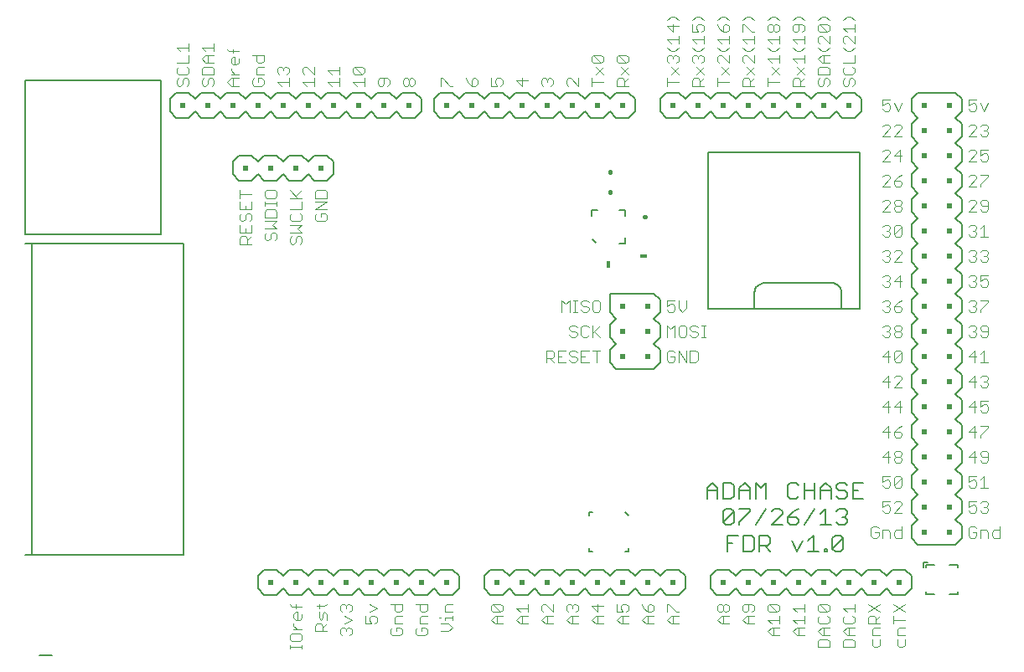
<source format=gto>
G75*
G70*
%OFA0B0*%
%FSLAX24Y24*%
%IPPOS*%
%LPD*%
%AMOC8*
5,1,8,0,0,1.08239X$1,22.5*
%
%ADD10C,0.0060*%
%ADD11C,0.0050*%
%ADD12C,0.0040*%
%ADD13R,0.0200X0.0200*%
%ADD14C,0.0030*%
%ADD15C,0.0080*%
%ADD16R,0.0160X0.0280*%
%ADD17R,0.0280X0.0160*%
%ADD18C,0.0160*%
D10*
X029232Y006430D02*
X029232Y006857D01*
X029446Y007071D01*
X029659Y006857D01*
X029659Y006430D01*
X029877Y006430D02*
X030197Y006430D01*
X030304Y006537D01*
X030304Y006964D01*
X030197Y007071D01*
X029877Y007071D01*
X029877Y006430D01*
X029984Y006021D02*
X030197Y006021D01*
X030304Y005914D01*
X029877Y005487D01*
X029984Y005380D01*
X030197Y005380D01*
X030304Y005487D01*
X030304Y005914D01*
X030521Y006021D02*
X030948Y006021D01*
X030948Y005914D01*
X030521Y005487D01*
X030521Y005380D01*
X030465Y004971D02*
X030038Y004971D01*
X030038Y004330D01*
X030038Y004650D02*
X030251Y004650D01*
X030682Y004330D02*
X031003Y004330D01*
X031110Y004437D01*
X031110Y004864D01*
X031003Y004971D01*
X030682Y004971D01*
X030682Y004330D01*
X031327Y004330D02*
X031327Y004971D01*
X031647Y004971D01*
X031754Y004864D01*
X031754Y004650D01*
X031647Y004544D01*
X031327Y004544D01*
X031541Y004544D02*
X031754Y004330D01*
X032616Y004757D02*
X032830Y004330D01*
X033043Y004757D01*
X033261Y004757D02*
X033474Y004971D01*
X033474Y004330D01*
X033261Y004330D02*
X033688Y004330D01*
X033905Y004330D02*
X033905Y004437D01*
X034012Y004437D01*
X034012Y004330D01*
X033905Y004330D01*
X034228Y004437D02*
X034655Y004864D01*
X034655Y004437D01*
X034548Y004330D01*
X034334Y004330D01*
X034228Y004437D01*
X034228Y004864D01*
X034334Y004971D01*
X034548Y004971D01*
X034655Y004864D01*
X034709Y005380D02*
X034495Y005380D01*
X034389Y005487D01*
X034171Y005380D02*
X033744Y005380D01*
X033958Y005380D02*
X033958Y006021D01*
X033744Y005807D01*
X033527Y006021D02*
X033100Y005380D01*
X032882Y005487D02*
X032882Y005594D01*
X032775Y005700D01*
X032455Y005700D01*
X032455Y005487D01*
X032562Y005380D01*
X032775Y005380D01*
X032882Y005487D01*
X032669Y005914D02*
X032455Y005700D01*
X032237Y005807D02*
X032237Y005914D01*
X032131Y006021D01*
X031917Y006021D01*
X031810Y005914D01*
X031593Y006021D02*
X031166Y005380D01*
X031810Y005380D02*
X032237Y005807D01*
X032237Y005380D02*
X031810Y005380D01*
X032669Y005914D02*
X032882Y006021D01*
X032775Y006430D02*
X032562Y006430D01*
X032455Y006537D01*
X032455Y006964D01*
X032562Y007071D01*
X032775Y007071D01*
X032882Y006964D01*
X033100Y007071D02*
X033100Y006430D01*
X032882Y006537D02*
X032775Y006430D01*
X033100Y006750D02*
X033527Y006750D01*
X033744Y006750D02*
X034171Y006750D01*
X034171Y006857D02*
X034171Y006430D01*
X034389Y006537D02*
X034495Y006430D01*
X034709Y006430D01*
X034816Y006537D01*
X034816Y006644D01*
X034709Y006750D01*
X034495Y006750D01*
X034389Y006857D01*
X034389Y006964D01*
X034495Y007071D01*
X034709Y007071D01*
X034816Y006964D01*
X035033Y007071D02*
X035033Y006430D01*
X035460Y006430D01*
X035247Y006750D02*
X035033Y006750D01*
X035033Y007071D02*
X035460Y007071D01*
X034171Y006857D02*
X033958Y007071D01*
X033744Y006857D01*
X033744Y006430D01*
X033527Y006430D02*
X033527Y007071D01*
X034495Y006021D02*
X034709Y006021D01*
X034816Y005914D01*
X034816Y005807D01*
X034709Y005700D01*
X034816Y005594D01*
X034816Y005487D01*
X034709Y005380D01*
X034709Y005700D02*
X034602Y005700D01*
X034389Y005914D02*
X034495Y006021D01*
X031593Y006430D02*
X031593Y007071D01*
X031379Y006857D01*
X031166Y007071D01*
X031166Y006430D01*
X030948Y006430D02*
X030948Y006857D01*
X030735Y007071D01*
X030521Y006857D01*
X030521Y006430D01*
X029984Y006021D02*
X029877Y005914D01*
X029877Y005487D01*
X029659Y006750D02*
X029232Y006750D01*
X030521Y006750D02*
X030948Y006750D01*
D11*
X031125Y003600D02*
X030625Y003600D01*
X030375Y003350D01*
X030125Y003600D01*
X029625Y003600D01*
X029375Y003350D01*
X029375Y002850D01*
X029625Y002600D01*
X030125Y002600D01*
X030375Y002850D01*
X030625Y002600D01*
X031125Y002600D01*
X031375Y002850D01*
X031625Y002600D01*
X032125Y002600D01*
X032375Y002850D01*
X032625Y002600D01*
X033125Y002600D01*
X033375Y002850D01*
X033625Y002600D01*
X034125Y002600D01*
X034375Y002850D01*
X034625Y002600D01*
X035125Y002600D01*
X035375Y002850D01*
X035625Y002600D01*
X036125Y002600D01*
X036375Y002850D01*
X036625Y002600D01*
X037125Y002600D01*
X037375Y002850D01*
X037375Y003350D01*
X037125Y003600D01*
X036625Y003600D01*
X036375Y003350D01*
X036125Y003600D01*
X035625Y003600D01*
X035375Y003350D01*
X035125Y003600D01*
X034625Y003600D01*
X034375Y003350D01*
X034125Y003600D01*
X033625Y003600D01*
X033375Y003350D01*
X033125Y003600D01*
X032625Y003600D01*
X032375Y003350D01*
X032125Y003600D01*
X031625Y003600D01*
X031375Y003350D01*
X031125Y003600D01*
X028375Y003350D02*
X028375Y002850D01*
X028125Y002600D01*
X027625Y002600D01*
X027375Y002850D01*
X027125Y002600D01*
X026625Y002600D01*
X026375Y002850D01*
X026125Y002600D01*
X025625Y002600D01*
X025375Y002850D01*
X025125Y002600D01*
X024625Y002600D01*
X024375Y002850D01*
X024125Y002600D01*
X023625Y002600D01*
X023375Y002850D01*
X023125Y002600D01*
X022625Y002600D01*
X022375Y002850D01*
X022125Y002600D01*
X021625Y002600D01*
X021375Y002850D01*
X021125Y002600D01*
X020625Y002600D01*
X020375Y002850D01*
X020375Y003350D01*
X020625Y003600D01*
X021125Y003600D01*
X021375Y003350D01*
X021625Y003600D01*
X022125Y003600D01*
X022375Y003350D01*
X022625Y003600D01*
X023125Y003600D01*
X023375Y003350D01*
X023625Y003600D01*
X024125Y003600D01*
X024375Y003350D01*
X024625Y003600D01*
X025125Y003600D01*
X025375Y003350D01*
X025625Y003600D01*
X026125Y003600D01*
X026375Y003350D01*
X026625Y003600D01*
X027125Y003600D01*
X027375Y003350D01*
X027625Y003600D01*
X028125Y003600D01*
X028375Y003350D01*
X019375Y003350D02*
X019375Y002850D01*
X019125Y002600D01*
X018625Y002600D01*
X018375Y002850D01*
X018125Y002600D01*
X017625Y002600D01*
X017375Y002850D01*
X017125Y002600D01*
X016625Y002600D01*
X016375Y002850D01*
X016125Y002600D01*
X015625Y002600D01*
X015375Y002850D01*
X015125Y002600D01*
X014625Y002600D01*
X014375Y002850D01*
X014125Y002600D01*
X013625Y002600D01*
X013375Y002850D01*
X013125Y002600D01*
X012625Y002600D01*
X012375Y002850D01*
X012125Y002600D01*
X011625Y002600D01*
X011375Y002850D01*
X011375Y003350D01*
X011625Y003600D01*
X012125Y003600D01*
X012375Y003350D01*
X012625Y003600D01*
X013125Y003600D01*
X013375Y003350D01*
X013625Y003600D01*
X014125Y003600D01*
X014375Y003350D01*
X014625Y003600D01*
X015125Y003600D01*
X015375Y003350D01*
X015625Y003600D01*
X016125Y003600D01*
X016375Y003350D01*
X016625Y003600D01*
X017125Y003600D01*
X017375Y003350D01*
X017625Y003600D01*
X018125Y003600D01*
X018375Y003350D01*
X018625Y003600D01*
X019125Y003600D01*
X019375Y003350D01*
X008425Y004200D02*
X002125Y004200D01*
X002375Y004200D02*
X002375Y016600D01*
X002125Y016600D02*
X008425Y016600D01*
X008425Y004200D01*
X025375Y011850D02*
X025625Y011600D01*
X027125Y011600D01*
X027375Y011850D01*
X027375Y012350D01*
X027125Y012600D01*
X027375Y012850D01*
X027375Y013350D01*
X027125Y013600D01*
X027375Y013850D01*
X027375Y014350D01*
X027125Y014600D01*
X025375Y014600D01*
X025375Y013850D01*
X025625Y013600D01*
X025375Y013350D01*
X025375Y012850D01*
X025625Y012600D01*
X025375Y012350D01*
X025375Y011850D01*
X029276Y013993D02*
X029276Y020213D01*
X035300Y020213D01*
X035300Y013993D01*
X029276Y013993D01*
X031127Y013993D02*
X031127Y014623D01*
X031126Y014623D02*
X031128Y014662D01*
X031134Y014700D01*
X031143Y014737D01*
X031156Y014774D01*
X031173Y014809D01*
X031192Y014842D01*
X031215Y014873D01*
X031241Y014902D01*
X031270Y014928D01*
X031301Y014951D01*
X031334Y014970D01*
X031369Y014987D01*
X031406Y015000D01*
X031443Y015009D01*
X031481Y015015D01*
X031520Y015017D01*
X034197Y015017D01*
X034236Y015015D01*
X034274Y015009D01*
X034311Y015000D01*
X034348Y014987D01*
X034383Y014970D01*
X034416Y014951D01*
X034447Y014928D01*
X034476Y014902D01*
X034502Y014873D01*
X034525Y014842D01*
X034544Y014809D01*
X034561Y014774D01*
X034574Y014737D01*
X034583Y014700D01*
X034589Y014662D01*
X034591Y014623D01*
X034591Y013993D01*
X037375Y013850D02*
X037625Y013600D01*
X037375Y013350D01*
X037375Y012850D01*
X037625Y012600D01*
X037375Y012350D01*
X037375Y011850D01*
X037625Y011600D01*
X037375Y011350D01*
X037375Y010850D01*
X037625Y010600D01*
X037375Y010350D01*
X037375Y009850D01*
X037625Y009600D01*
X037375Y009350D01*
X037375Y008850D01*
X037625Y008600D01*
X037375Y008350D01*
X037375Y007850D01*
X037625Y007600D01*
X037375Y007350D01*
X037375Y006850D01*
X037625Y006600D01*
X037375Y006350D01*
X037375Y005850D01*
X037625Y005600D01*
X037375Y005350D01*
X037375Y004850D01*
X037625Y004600D01*
X039125Y004600D01*
X039375Y004850D01*
X039375Y005350D01*
X039125Y005600D01*
X039375Y005850D01*
X039375Y006350D01*
X039125Y006600D01*
X039375Y006850D01*
X039375Y007350D01*
X039125Y007600D01*
X039375Y007850D01*
X039375Y008350D01*
X039125Y008600D01*
X039375Y008850D01*
X039375Y009350D01*
X039125Y009600D01*
X039375Y009850D01*
X039375Y010350D01*
X039125Y010600D01*
X039375Y010850D01*
X039375Y011350D01*
X039125Y011600D01*
X039375Y011850D01*
X039375Y012350D01*
X039125Y012600D01*
X039375Y012850D01*
X039375Y013350D01*
X039125Y013600D01*
X039375Y013850D01*
X039375Y014350D01*
X039125Y014600D01*
X039375Y014850D01*
X039375Y015350D01*
X039125Y015600D01*
X039375Y015850D01*
X039375Y016350D01*
X039125Y016600D01*
X039375Y016850D01*
X039375Y017350D01*
X039125Y017600D01*
X039375Y017850D01*
X039375Y018350D01*
X039125Y018600D01*
X039375Y018850D01*
X039375Y019350D01*
X039125Y019600D01*
X039375Y019850D01*
X039375Y020350D01*
X039125Y020600D01*
X039375Y020850D01*
X039375Y021350D01*
X039125Y021600D01*
X039375Y021850D01*
X039375Y022350D01*
X039125Y022600D01*
X037625Y022600D01*
X037375Y022350D01*
X037375Y021850D01*
X037625Y021600D01*
X037375Y021350D01*
X037375Y020850D01*
X037625Y020600D01*
X037375Y020350D01*
X037375Y019850D01*
X037625Y019600D01*
X037375Y019350D01*
X037375Y018850D01*
X037625Y018600D01*
X037375Y018350D01*
X037375Y017850D01*
X037625Y017600D01*
X037375Y017350D01*
X037375Y016850D01*
X037625Y016600D01*
X037375Y016350D01*
X037375Y015850D01*
X037625Y015600D01*
X037375Y015350D01*
X037375Y014850D01*
X037625Y014600D01*
X037375Y014350D01*
X037375Y013850D01*
X035125Y021600D02*
X034625Y021600D01*
X034375Y021850D01*
X034125Y021600D01*
X033625Y021600D01*
X033375Y021850D01*
X033125Y021600D01*
X032625Y021600D01*
X032375Y021850D01*
X032125Y021600D01*
X031625Y021600D01*
X031375Y021850D01*
X031125Y021600D01*
X030625Y021600D01*
X030375Y021850D01*
X030125Y021600D01*
X029625Y021600D01*
X029375Y021850D01*
X029125Y021600D01*
X028625Y021600D01*
X028375Y021850D01*
X028125Y021600D01*
X027625Y021600D01*
X027375Y021850D01*
X027375Y022350D01*
X027625Y022600D01*
X028125Y022600D01*
X028375Y022350D01*
X028625Y022600D01*
X029125Y022600D01*
X029375Y022350D01*
X029625Y022600D01*
X030125Y022600D01*
X030375Y022350D01*
X030625Y022600D01*
X031125Y022600D01*
X031375Y022350D01*
X031625Y022600D01*
X032125Y022600D01*
X032375Y022350D01*
X032625Y022600D01*
X033125Y022600D01*
X033375Y022350D01*
X033625Y022600D01*
X034125Y022600D01*
X034375Y022350D01*
X034625Y022600D01*
X035125Y022600D01*
X035375Y022350D01*
X035375Y021850D01*
X035125Y021600D01*
X026375Y021850D02*
X026125Y021600D01*
X025625Y021600D01*
X025375Y021850D01*
X025125Y021600D01*
X024625Y021600D01*
X024375Y021850D01*
X024125Y021600D01*
X023625Y021600D01*
X023375Y021850D01*
X023125Y021600D01*
X022625Y021600D01*
X022375Y021850D01*
X022125Y021600D01*
X021625Y021600D01*
X021375Y021850D01*
X021125Y021600D01*
X020625Y021600D01*
X020375Y021850D01*
X020125Y021600D01*
X019625Y021600D01*
X019375Y021850D01*
X019125Y021600D01*
X018625Y021600D01*
X018375Y021850D01*
X018375Y022350D01*
X018625Y022600D01*
X019125Y022600D01*
X019375Y022350D01*
X019625Y022600D01*
X020125Y022600D01*
X020375Y022350D01*
X020625Y022600D01*
X021125Y022600D01*
X021375Y022350D01*
X021625Y022600D01*
X022125Y022600D01*
X022375Y022350D01*
X022625Y022600D01*
X023125Y022600D01*
X023375Y022350D01*
X023625Y022600D01*
X024125Y022600D01*
X024375Y022350D01*
X024625Y022600D01*
X025125Y022600D01*
X025375Y022350D01*
X025625Y022600D01*
X026125Y022600D01*
X026375Y022350D01*
X026375Y021850D01*
X017875Y021850D02*
X017625Y021600D01*
X017125Y021600D01*
X016875Y021850D01*
X016625Y021600D01*
X016125Y021600D01*
X015875Y021850D01*
X015625Y021600D01*
X015125Y021600D01*
X014875Y021850D01*
X014625Y021600D01*
X014125Y021600D01*
X013875Y021850D01*
X013625Y021600D01*
X013125Y021600D01*
X012875Y021850D01*
X012625Y021600D01*
X012125Y021600D01*
X011875Y021850D01*
X011625Y021600D01*
X011125Y021600D01*
X010875Y021850D01*
X010625Y021600D01*
X010125Y021600D01*
X009875Y021850D01*
X009625Y021600D01*
X009125Y021600D01*
X008875Y021850D01*
X008625Y021600D01*
X008125Y021600D01*
X007875Y021850D01*
X007875Y022350D01*
X008125Y022600D01*
X008625Y022600D01*
X008875Y022350D01*
X009125Y022600D01*
X009625Y022600D01*
X009875Y022350D01*
X010125Y022600D01*
X010625Y022600D01*
X010875Y022350D01*
X011125Y022600D01*
X011625Y022600D01*
X011875Y022350D01*
X012125Y022600D01*
X012625Y022600D01*
X012875Y022350D01*
X013125Y022600D01*
X013625Y022600D01*
X013875Y022350D01*
X014125Y022600D01*
X014625Y022600D01*
X014875Y022350D01*
X015125Y022600D01*
X015625Y022600D01*
X015875Y022350D01*
X016125Y022600D01*
X016625Y022600D01*
X016875Y022350D01*
X017125Y022600D01*
X017625Y022600D01*
X017875Y022350D01*
X017875Y021850D01*
X014375Y019850D02*
X014125Y020100D01*
X013625Y020100D01*
X013375Y019850D01*
X013125Y020100D01*
X012625Y020100D01*
X012375Y019850D01*
X012125Y020100D01*
X011625Y020100D01*
X011375Y019850D01*
X011125Y020100D01*
X010625Y020100D01*
X010375Y019850D01*
X010375Y019350D01*
X010625Y019100D01*
X011125Y019100D01*
X011375Y019350D01*
X011625Y019100D01*
X012125Y019100D01*
X012375Y019350D01*
X012625Y019100D01*
X013125Y019100D01*
X013375Y019350D01*
X013625Y019100D01*
X014125Y019100D01*
X014375Y019350D01*
X014375Y019850D01*
X037847Y003889D02*
X038024Y003889D01*
X037945Y003791D02*
X037945Y003692D01*
X037847Y003692D02*
X037847Y003889D01*
X037945Y003791D02*
X038280Y003791D01*
X038870Y003791D02*
X039205Y003791D01*
X039205Y003692D01*
X039205Y002708D02*
X039205Y002609D01*
X038870Y002609D01*
X038280Y002609D02*
X037945Y002609D01*
X037945Y002708D01*
D12*
X037105Y002217D02*
X036645Y001910D01*
X036645Y001756D02*
X036645Y001449D01*
X036645Y001603D02*
X037105Y001603D01*
X037105Y001910D02*
X036645Y002217D01*
X036105Y002217D02*
X035645Y001910D01*
X035721Y001756D02*
X035875Y001756D01*
X035952Y001679D01*
X035952Y001449D01*
X036105Y001449D02*
X035645Y001449D01*
X035645Y001679D01*
X035721Y001756D01*
X035952Y001603D02*
X036105Y001756D01*
X036105Y001910D02*
X035645Y002217D01*
X035105Y002217D02*
X035105Y001910D01*
X035105Y002063D02*
X034645Y002063D01*
X034798Y001910D01*
X034721Y001756D02*
X034645Y001679D01*
X034645Y001526D01*
X034721Y001449D01*
X035028Y001449D01*
X035105Y001526D01*
X035105Y001679D01*
X035028Y001756D01*
X035105Y001296D02*
X034798Y001296D01*
X034645Y001142D01*
X034798Y000989D01*
X035105Y000989D01*
X035028Y000835D02*
X034721Y000835D01*
X034645Y000759D01*
X034645Y000528D01*
X035105Y000528D01*
X035105Y000759D01*
X035028Y000835D01*
X034875Y000989D02*
X034875Y001296D01*
X034105Y001296D02*
X033798Y001296D01*
X033645Y001142D01*
X033798Y000989D01*
X034105Y000989D01*
X034028Y000835D02*
X033721Y000835D01*
X033645Y000759D01*
X033645Y000528D01*
X034105Y000528D01*
X034105Y000759D01*
X034028Y000835D01*
X033875Y000989D02*
X033875Y001296D01*
X034028Y001449D02*
X033721Y001449D01*
X033645Y001526D01*
X033645Y001679D01*
X033721Y001756D01*
X033721Y001910D02*
X033645Y001986D01*
X033645Y002140D01*
X033721Y002217D01*
X034028Y001910D01*
X034105Y001986D01*
X034105Y002140D01*
X034028Y002217D01*
X033721Y002217D01*
X033721Y001910D02*
X034028Y001910D01*
X034028Y001756D02*
X034105Y001679D01*
X034105Y001526D01*
X034028Y001449D01*
X033105Y001449D02*
X033105Y001756D01*
X033105Y001603D02*
X032645Y001603D01*
X032798Y001449D01*
X032798Y001296D02*
X033105Y001296D01*
X032875Y001296D02*
X032875Y000989D01*
X032798Y000989D02*
X032645Y001142D01*
X032798Y001296D01*
X032798Y000989D02*
X033105Y000989D01*
X032105Y000989D02*
X031798Y000989D01*
X031645Y001142D01*
X031798Y001296D01*
X032105Y001296D01*
X032105Y001449D02*
X032105Y001756D01*
X032105Y001603D02*
X031645Y001603D01*
X031798Y001449D01*
X031875Y001296D02*
X031875Y000989D01*
X031105Y001449D02*
X030798Y001449D01*
X030645Y001603D01*
X030798Y001756D01*
X031105Y001756D01*
X031028Y001910D02*
X031105Y001986D01*
X031105Y002140D01*
X031028Y002217D01*
X030721Y002217D01*
X030645Y002140D01*
X030645Y001986D01*
X030721Y001910D01*
X030798Y001910D01*
X030875Y001986D01*
X030875Y002217D01*
X030875Y001756D02*
X030875Y001449D01*
X030105Y001449D02*
X029798Y001449D01*
X029645Y001603D01*
X029798Y001756D01*
X030105Y001756D01*
X030028Y001910D02*
X029952Y001910D01*
X029875Y001986D01*
X029875Y002140D01*
X029952Y002217D01*
X030028Y002217D01*
X030105Y002140D01*
X030105Y001986D01*
X030028Y001910D01*
X029875Y001986D02*
X029798Y001910D01*
X029721Y001910D01*
X029645Y001986D01*
X029645Y002140D01*
X029721Y002217D01*
X029798Y002217D01*
X029875Y002140D01*
X029875Y001756D02*
X029875Y001449D01*
X031645Y001986D02*
X031645Y002140D01*
X031721Y002217D01*
X032028Y001910D01*
X032105Y001986D01*
X032105Y002140D01*
X032028Y002217D01*
X031721Y002217D01*
X031645Y001986D02*
X031721Y001910D01*
X032028Y001910D01*
X032645Y002063D02*
X033105Y002063D01*
X033105Y001910D02*
X033105Y002217D01*
X032798Y001910D02*
X032645Y002063D01*
X035798Y001219D02*
X035798Y000989D01*
X036105Y000989D01*
X036105Y000835D02*
X036105Y000605D01*
X036028Y000528D01*
X035875Y000528D01*
X035798Y000605D01*
X035798Y000835D01*
X035798Y001219D02*
X035875Y001296D01*
X036105Y001296D01*
X036798Y001219D02*
X036798Y000989D01*
X037105Y000989D01*
X037105Y000835D02*
X037105Y000605D01*
X037028Y000528D01*
X036875Y000528D01*
X036798Y000605D01*
X036798Y000835D01*
X036798Y001219D02*
X036875Y001296D01*
X037105Y001296D01*
X036992Y004870D02*
X036761Y004870D01*
X036685Y004947D01*
X036685Y005100D01*
X036761Y005177D01*
X036992Y005177D01*
X036992Y005330D02*
X036992Y004870D01*
X036531Y004870D02*
X036531Y005100D01*
X036454Y005177D01*
X036224Y005177D01*
X036224Y004870D01*
X036071Y004947D02*
X035994Y004870D01*
X035841Y004870D01*
X035764Y004947D01*
X035764Y005254D01*
X035841Y005330D01*
X035994Y005330D01*
X036071Y005254D01*
X036071Y005100D02*
X035917Y005100D01*
X036071Y005100D02*
X036071Y004947D01*
X036301Y005870D02*
X036224Y005947D01*
X036301Y005870D02*
X036454Y005870D01*
X036531Y005947D01*
X036531Y006100D01*
X036454Y006177D01*
X036378Y006177D01*
X036224Y006100D01*
X036224Y006330D01*
X036531Y006330D01*
X036685Y006254D02*
X036761Y006330D01*
X036915Y006330D01*
X036992Y006254D01*
X036992Y006177D01*
X036685Y005870D01*
X036992Y005870D01*
X036915Y006870D02*
X036761Y006870D01*
X036685Y006947D01*
X036992Y007254D01*
X036992Y006947D01*
X036915Y006870D01*
X036685Y006947D02*
X036685Y007254D01*
X036761Y007330D01*
X036915Y007330D01*
X036992Y007254D01*
X036531Y007330D02*
X036224Y007330D01*
X036224Y007100D01*
X036378Y007177D01*
X036454Y007177D01*
X036531Y007100D01*
X036531Y006947D01*
X036454Y006870D01*
X036301Y006870D01*
X036224Y006947D01*
X036454Y007870D02*
X036454Y008330D01*
X036224Y008100D01*
X036531Y008100D01*
X036685Y008023D02*
X036761Y008100D01*
X036915Y008100D01*
X036992Y008023D01*
X036992Y007947D01*
X036915Y007870D01*
X036761Y007870D01*
X036685Y007947D01*
X036685Y008023D01*
X036761Y008100D02*
X036685Y008177D01*
X036685Y008254D01*
X036761Y008330D01*
X036915Y008330D01*
X036992Y008254D01*
X036992Y008177D01*
X036915Y008100D01*
X036915Y008870D02*
X036761Y008870D01*
X036685Y008947D01*
X036685Y009100D01*
X036915Y009100D01*
X036992Y009023D01*
X036992Y008947D01*
X036915Y008870D01*
X036685Y009100D02*
X036838Y009254D01*
X036992Y009330D01*
X036531Y009100D02*
X036224Y009100D01*
X036454Y009330D01*
X036454Y008870D01*
X036454Y009870D02*
X036454Y010330D01*
X036224Y010100D01*
X036531Y010100D01*
X036685Y010100D02*
X036992Y010100D01*
X036915Y009870D02*
X036915Y010330D01*
X036685Y010100D01*
X036685Y010870D02*
X036992Y011177D01*
X036992Y011254D01*
X036915Y011330D01*
X036761Y011330D01*
X036685Y011254D01*
X036531Y011100D02*
X036224Y011100D01*
X036454Y011330D01*
X036454Y010870D01*
X036685Y010870D02*
X036992Y010870D01*
X036915Y011870D02*
X036761Y011870D01*
X036685Y011947D01*
X036992Y012254D01*
X036992Y011947D01*
X036915Y011870D01*
X036685Y011947D02*
X036685Y012254D01*
X036761Y012330D01*
X036915Y012330D01*
X036992Y012254D01*
X036531Y012100D02*
X036224Y012100D01*
X036454Y012330D01*
X036454Y011870D01*
X036454Y012870D02*
X036301Y012870D01*
X036224Y012947D01*
X036378Y013100D02*
X036454Y013100D01*
X036531Y013023D01*
X036531Y012947D01*
X036454Y012870D01*
X036454Y013100D02*
X036531Y013177D01*
X036531Y013254D01*
X036454Y013330D01*
X036301Y013330D01*
X036224Y013254D01*
X036685Y013254D02*
X036685Y013177D01*
X036761Y013100D01*
X036915Y013100D01*
X036992Y013023D01*
X036992Y012947D01*
X036915Y012870D01*
X036761Y012870D01*
X036685Y012947D01*
X036685Y013023D01*
X036761Y013100D01*
X036915Y013100D02*
X036992Y013177D01*
X036992Y013254D01*
X036915Y013330D01*
X036761Y013330D01*
X036685Y013254D01*
X036761Y013870D02*
X036915Y013870D01*
X036992Y013947D01*
X036992Y014023D01*
X036915Y014100D01*
X036685Y014100D01*
X036685Y013947D01*
X036761Y013870D01*
X036531Y013947D02*
X036454Y013870D01*
X036301Y013870D01*
X036224Y013947D01*
X036378Y014100D02*
X036454Y014100D01*
X036531Y014023D01*
X036531Y013947D01*
X036454Y014100D02*
X036531Y014177D01*
X036531Y014254D01*
X036454Y014330D01*
X036301Y014330D01*
X036224Y014254D01*
X036685Y014100D02*
X036838Y014254D01*
X036992Y014330D01*
X036915Y014870D02*
X036915Y015330D01*
X036685Y015100D01*
X036992Y015100D01*
X036531Y015023D02*
X036531Y014947D01*
X036454Y014870D01*
X036301Y014870D01*
X036224Y014947D01*
X036378Y015100D02*
X036454Y015100D01*
X036531Y015023D01*
X036454Y015100D02*
X036531Y015177D01*
X036531Y015254D01*
X036454Y015330D01*
X036301Y015330D01*
X036224Y015254D01*
X036301Y015870D02*
X036224Y015947D01*
X036301Y015870D02*
X036454Y015870D01*
X036531Y015947D01*
X036531Y016023D01*
X036454Y016100D01*
X036378Y016100D01*
X036454Y016100D02*
X036531Y016177D01*
X036531Y016254D01*
X036454Y016330D01*
X036301Y016330D01*
X036224Y016254D01*
X036685Y016254D02*
X036761Y016330D01*
X036915Y016330D01*
X036992Y016254D01*
X036992Y016177D01*
X036685Y015870D01*
X036992Y015870D01*
X036915Y016870D02*
X036761Y016870D01*
X036685Y016947D01*
X036992Y017254D01*
X036992Y016947D01*
X036915Y016870D01*
X036685Y016947D02*
X036685Y017254D01*
X036761Y017330D01*
X036915Y017330D01*
X036992Y017254D01*
X036531Y017254D02*
X036454Y017330D01*
X036301Y017330D01*
X036224Y017254D01*
X036378Y017100D02*
X036454Y017100D01*
X036531Y017023D01*
X036531Y016947D01*
X036454Y016870D01*
X036301Y016870D01*
X036224Y016947D01*
X036454Y017100D02*
X036531Y017177D01*
X036531Y017254D01*
X036531Y017870D02*
X036224Y017870D01*
X036531Y018177D01*
X036531Y018254D01*
X036454Y018330D01*
X036301Y018330D01*
X036224Y018254D01*
X036685Y018254D02*
X036685Y018177D01*
X036761Y018100D01*
X036915Y018100D01*
X036992Y018023D01*
X036992Y017947D01*
X036915Y017870D01*
X036761Y017870D01*
X036685Y017947D01*
X036685Y018023D01*
X036761Y018100D01*
X036915Y018100D02*
X036992Y018177D01*
X036992Y018254D01*
X036915Y018330D01*
X036761Y018330D01*
X036685Y018254D01*
X036761Y018870D02*
X036915Y018870D01*
X036992Y018947D01*
X036992Y019023D01*
X036915Y019100D01*
X036685Y019100D01*
X036685Y018947D01*
X036761Y018870D01*
X036531Y018870D02*
X036224Y018870D01*
X036531Y019177D01*
X036531Y019254D01*
X036454Y019330D01*
X036301Y019330D01*
X036224Y019254D01*
X036685Y019100D02*
X036838Y019254D01*
X036992Y019330D01*
X036915Y019870D02*
X036915Y020330D01*
X036685Y020100D01*
X036992Y020100D01*
X036531Y020177D02*
X036531Y020254D01*
X036454Y020330D01*
X036301Y020330D01*
X036224Y020254D01*
X036531Y020177D02*
X036224Y019870D01*
X036531Y019870D01*
X036531Y020870D02*
X036224Y020870D01*
X036531Y021177D01*
X036531Y021254D01*
X036454Y021330D01*
X036301Y021330D01*
X036224Y021254D01*
X036685Y021254D02*
X036761Y021330D01*
X036915Y021330D01*
X036992Y021254D01*
X036992Y021177D01*
X036685Y020870D01*
X036992Y020870D01*
X036838Y021870D02*
X036992Y022177D01*
X036685Y022177D02*
X036838Y021870D01*
X036531Y021947D02*
X036531Y022100D01*
X036454Y022177D01*
X036378Y022177D01*
X036224Y022100D01*
X036224Y022330D01*
X036531Y022330D01*
X036531Y021947D02*
X036454Y021870D01*
X036301Y021870D01*
X036224Y021947D01*
X035105Y022947D02*
X035028Y022870D01*
X035105Y022947D02*
X035105Y023100D01*
X035028Y023177D01*
X034952Y023177D01*
X034875Y023100D01*
X034875Y022947D01*
X034798Y022870D01*
X034721Y022870D01*
X034645Y022947D01*
X034645Y023100D01*
X034721Y023177D01*
X034721Y023330D02*
X035028Y023330D01*
X035105Y023407D01*
X035105Y023561D01*
X035028Y023637D01*
X035105Y023791D02*
X035105Y024098D01*
X034952Y024251D02*
X034798Y024251D01*
X034645Y024405D01*
X034721Y024558D02*
X034645Y024635D01*
X034645Y024788D01*
X034721Y024865D01*
X034798Y024865D01*
X035105Y024558D01*
X035105Y024865D01*
X035105Y025018D02*
X035105Y025325D01*
X035105Y025172D02*
X034645Y025172D01*
X034798Y025018D01*
X034645Y025479D02*
X034798Y025632D01*
X034952Y025632D01*
X035105Y025479D01*
X034105Y025479D02*
X033952Y025632D01*
X033798Y025632D01*
X033645Y025479D01*
X033721Y025325D02*
X034028Y025018D01*
X034105Y025095D01*
X034105Y025249D01*
X034028Y025325D01*
X033721Y025325D01*
X033645Y025249D01*
X033645Y025095D01*
X033721Y025018D01*
X034028Y025018D01*
X034105Y024865D02*
X034105Y024558D01*
X033798Y024865D01*
X033721Y024865D01*
X033645Y024788D01*
X033645Y024635D01*
X033721Y024558D01*
X033645Y024405D02*
X033798Y024251D01*
X033952Y024251D01*
X034105Y024405D01*
X034105Y024098D02*
X033798Y024098D01*
X033645Y023944D01*
X033798Y023791D01*
X034105Y023791D01*
X034028Y023637D02*
X033721Y023637D01*
X033645Y023561D01*
X033645Y023330D01*
X034105Y023330D01*
X034105Y023561D01*
X034028Y023637D01*
X033875Y023791D02*
X033875Y024098D01*
X033105Y024098D02*
X033105Y023791D01*
X033105Y023944D02*
X032645Y023944D01*
X032798Y023791D01*
X032798Y023637D02*
X033105Y023330D01*
X033105Y023177D02*
X032952Y023023D01*
X032952Y023100D02*
X032952Y022870D01*
X033105Y022870D02*
X032645Y022870D01*
X032645Y023100D01*
X032721Y023177D01*
X032875Y023177D01*
X032952Y023100D01*
X032798Y023330D02*
X033105Y023637D01*
X032952Y024251D02*
X032798Y024251D01*
X032645Y024405D01*
X032798Y024558D02*
X032645Y024712D01*
X033105Y024712D01*
X033105Y024865D02*
X033105Y024558D01*
X033105Y024405D02*
X032952Y024251D01*
X032105Y024098D02*
X032105Y023791D01*
X032105Y023944D02*
X031645Y023944D01*
X031798Y023791D01*
X031798Y023637D02*
X032105Y023330D01*
X032105Y023023D02*
X031645Y023023D01*
X031645Y022870D02*
X031645Y023177D01*
X031798Y023330D02*
X032105Y023637D01*
X031952Y024251D02*
X031798Y024251D01*
X031645Y024405D01*
X031798Y024558D02*
X031645Y024712D01*
X032105Y024712D01*
X032105Y024865D02*
X032105Y024558D01*
X032105Y024405D02*
X031952Y024251D01*
X031105Y024098D02*
X031105Y023791D01*
X030798Y024098D01*
X030721Y024098D01*
X030645Y024021D01*
X030645Y023868D01*
X030721Y023791D01*
X030798Y023637D02*
X031105Y023330D01*
X031105Y023177D02*
X030952Y023023D01*
X030952Y023100D02*
X030952Y022870D01*
X031105Y022870D02*
X030645Y022870D01*
X030645Y023100D01*
X030721Y023177D01*
X030875Y023177D01*
X030952Y023100D01*
X030798Y023330D02*
X031105Y023637D01*
X030952Y024251D02*
X030798Y024251D01*
X030645Y024405D01*
X030798Y024558D02*
X030645Y024712D01*
X031105Y024712D01*
X031105Y024865D02*
X031105Y024558D01*
X031105Y024405D02*
X030952Y024251D01*
X030105Y024098D02*
X030105Y023791D01*
X029798Y024098D01*
X029721Y024098D01*
X029645Y024021D01*
X029645Y023868D01*
X029721Y023791D01*
X029798Y023637D02*
X030105Y023330D01*
X030105Y023023D02*
X029645Y023023D01*
X029645Y022870D02*
X029645Y023177D01*
X029798Y023330D02*
X030105Y023637D01*
X029952Y024251D02*
X029798Y024251D01*
X029645Y024405D01*
X029798Y024558D02*
X029645Y024712D01*
X030105Y024712D01*
X030105Y024865D02*
X030105Y024558D01*
X030105Y024405D02*
X029952Y024251D01*
X029105Y024405D02*
X028952Y024251D01*
X028798Y024251D01*
X028645Y024405D01*
X028798Y024558D02*
X028645Y024712D01*
X029105Y024712D01*
X029105Y024865D02*
X029105Y024558D01*
X029028Y024098D02*
X029105Y024021D01*
X029105Y023868D01*
X029028Y023791D01*
X029105Y023637D02*
X028798Y023330D01*
X028721Y023177D02*
X028875Y023177D01*
X028952Y023100D01*
X028952Y022870D01*
X029105Y022870D02*
X028645Y022870D01*
X028645Y023100D01*
X028721Y023177D01*
X028952Y023023D02*
X029105Y023177D01*
X029105Y023330D02*
X028798Y023637D01*
X028721Y023791D02*
X028645Y023868D01*
X028645Y024021D01*
X028721Y024098D01*
X028798Y024098D01*
X028875Y024021D01*
X028952Y024098D01*
X029028Y024098D01*
X028875Y024021D02*
X028875Y023944D01*
X028105Y023868D02*
X028028Y023791D01*
X028105Y023868D02*
X028105Y024021D01*
X028028Y024098D01*
X027952Y024098D01*
X027875Y024021D01*
X027875Y023944D01*
X027875Y024021D02*
X027798Y024098D01*
X027721Y024098D01*
X027645Y024021D01*
X027645Y023868D01*
X027721Y023791D01*
X027798Y023637D02*
X028105Y023330D01*
X028105Y023023D02*
X027645Y023023D01*
X027645Y022870D02*
X027645Y023177D01*
X027798Y023330D02*
X028105Y023637D01*
X027952Y024251D02*
X027798Y024251D01*
X027645Y024405D01*
X027798Y024558D02*
X027645Y024712D01*
X028105Y024712D01*
X028105Y024865D02*
X028105Y024558D01*
X028105Y024405D02*
X027952Y024251D01*
X027875Y025018D02*
X027875Y025325D01*
X028105Y025249D02*
X027645Y025249D01*
X027875Y025018D01*
X028105Y025479D02*
X027952Y025632D01*
X027798Y025632D01*
X027645Y025479D01*
X028645Y025479D02*
X028798Y025632D01*
X028952Y025632D01*
X029105Y025479D01*
X029028Y025325D02*
X028875Y025325D01*
X028798Y025249D01*
X028798Y025172D01*
X028875Y025018D01*
X028645Y025018D01*
X028645Y025325D01*
X029028Y025325D02*
X029105Y025249D01*
X029105Y025095D01*
X029028Y025018D01*
X029645Y025325D02*
X029721Y025172D01*
X029875Y025018D01*
X029875Y025249D01*
X029952Y025325D01*
X030028Y025325D01*
X030105Y025249D01*
X030105Y025095D01*
X030028Y025018D01*
X029875Y025018D01*
X030105Y025479D02*
X029952Y025632D01*
X029798Y025632D01*
X029645Y025479D01*
X030645Y025479D02*
X030798Y025632D01*
X030952Y025632D01*
X031105Y025479D01*
X030721Y025325D02*
X031028Y025018D01*
X031105Y025018D01*
X030645Y025018D02*
X030645Y025325D01*
X030721Y025325D01*
X031645Y025249D02*
X031721Y025325D01*
X031798Y025325D01*
X031875Y025249D01*
X031875Y025095D01*
X031798Y025018D01*
X031721Y025018D01*
X031645Y025095D01*
X031645Y025249D01*
X031875Y025249D02*
X031952Y025325D01*
X032028Y025325D01*
X032105Y025249D01*
X032105Y025095D01*
X032028Y025018D01*
X031952Y025018D01*
X031875Y025095D01*
X032105Y025479D02*
X031952Y025632D01*
X031798Y025632D01*
X031645Y025479D01*
X032645Y025479D02*
X032798Y025632D01*
X032952Y025632D01*
X033105Y025479D01*
X033028Y025325D02*
X032721Y025325D01*
X032645Y025249D01*
X032645Y025095D01*
X032721Y025018D01*
X032798Y025018D01*
X032875Y025095D01*
X032875Y025325D01*
X033028Y025325D02*
X033105Y025249D01*
X033105Y025095D01*
X033028Y025018D01*
X034645Y023791D02*
X035105Y023791D01*
X034721Y023637D02*
X034645Y023561D01*
X034645Y023407D01*
X034721Y023330D01*
X034105Y023100D02*
X034105Y022947D01*
X034028Y022870D01*
X033875Y022947D02*
X033875Y023100D01*
X033952Y023177D01*
X034028Y023177D01*
X034105Y023100D01*
X033875Y022947D02*
X033798Y022870D01*
X033721Y022870D01*
X033645Y022947D01*
X033645Y023100D01*
X033721Y023177D01*
X034952Y024251D02*
X035105Y024405D01*
X039645Y022330D02*
X039645Y022100D01*
X039798Y022177D01*
X039875Y022177D01*
X039952Y022100D01*
X039952Y021947D01*
X039875Y021870D01*
X039722Y021870D01*
X039645Y021947D01*
X039645Y022330D02*
X039952Y022330D01*
X040105Y022177D02*
X040259Y021870D01*
X040412Y022177D01*
X040336Y021330D02*
X040412Y021254D01*
X040412Y021177D01*
X040336Y021100D01*
X040412Y021023D01*
X040412Y020947D01*
X040336Y020870D01*
X040182Y020870D01*
X040105Y020947D01*
X039952Y020870D02*
X039645Y020870D01*
X039952Y021177D01*
X039952Y021254D01*
X039875Y021330D01*
X039722Y021330D01*
X039645Y021254D01*
X040105Y021254D02*
X040182Y021330D01*
X040336Y021330D01*
X040336Y021100D02*
X040259Y021100D01*
X040412Y020330D02*
X040105Y020330D01*
X040105Y020100D01*
X040259Y020177D01*
X040336Y020177D01*
X040412Y020100D01*
X040412Y019947D01*
X040336Y019870D01*
X040182Y019870D01*
X040105Y019947D01*
X039952Y019870D02*
X039645Y019870D01*
X039952Y020177D01*
X039952Y020254D01*
X039875Y020330D01*
X039722Y020330D01*
X039645Y020254D01*
X039722Y019330D02*
X039645Y019254D01*
X039722Y019330D02*
X039875Y019330D01*
X039952Y019254D01*
X039952Y019177D01*
X039645Y018870D01*
X039952Y018870D01*
X040105Y018870D02*
X040105Y018947D01*
X040412Y019254D01*
X040412Y019330D01*
X040105Y019330D01*
X040182Y018330D02*
X040105Y018254D01*
X040105Y018177D01*
X040182Y018100D01*
X040412Y018100D01*
X040412Y017947D02*
X040412Y018254D01*
X040336Y018330D01*
X040182Y018330D01*
X039952Y018254D02*
X039875Y018330D01*
X039722Y018330D01*
X039645Y018254D01*
X039952Y018254D02*
X039952Y018177D01*
X039645Y017870D01*
X039952Y017870D01*
X040105Y017947D02*
X040182Y017870D01*
X040336Y017870D01*
X040412Y017947D01*
X040259Y017330D02*
X040259Y016870D01*
X040412Y016870D02*
X040105Y016870D01*
X039952Y016947D02*
X039875Y016870D01*
X039722Y016870D01*
X039645Y016947D01*
X039798Y017100D02*
X039875Y017100D01*
X039952Y017023D01*
X039952Y016947D01*
X039875Y017100D02*
X039952Y017177D01*
X039952Y017254D01*
X039875Y017330D01*
X039722Y017330D01*
X039645Y017254D01*
X040105Y017177D02*
X040259Y017330D01*
X040336Y016330D02*
X040412Y016254D01*
X040412Y016177D01*
X040336Y016100D01*
X040412Y016023D01*
X040412Y015947D01*
X040336Y015870D01*
X040182Y015870D01*
X040105Y015947D01*
X039952Y015947D02*
X039875Y015870D01*
X039722Y015870D01*
X039645Y015947D01*
X039798Y016100D02*
X039875Y016100D01*
X039952Y016023D01*
X039952Y015947D01*
X039875Y016100D02*
X039952Y016177D01*
X039952Y016254D01*
X039875Y016330D01*
X039722Y016330D01*
X039645Y016254D01*
X040105Y016254D02*
X040182Y016330D01*
X040336Y016330D01*
X040336Y016100D02*
X040259Y016100D01*
X040412Y015330D02*
X040105Y015330D01*
X040105Y015100D01*
X040259Y015177D01*
X040336Y015177D01*
X040412Y015100D01*
X040412Y014947D01*
X040336Y014870D01*
X040182Y014870D01*
X040105Y014947D01*
X039952Y014947D02*
X039952Y015023D01*
X039875Y015100D01*
X039798Y015100D01*
X039875Y015100D02*
X039952Y015177D01*
X039952Y015254D01*
X039875Y015330D01*
X039722Y015330D01*
X039645Y015254D01*
X039645Y014947D02*
X039722Y014870D01*
X039875Y014870D01*
X039952Y014947D01*
X039875Y014330D02*
X039952Y014254D01*
X039952Y014177D01*
X039875Y014100D01*
X039952Y014023D01*
X039952Y013947D01*
X039875Y013870D01*
X039722Y013870D01*
X039645Y013947D01*
X039798Y014100D02*
X039875Y014100D01*
X039875Y014330D02*
X039722Y014330D01*
X039645Y014254D01*
X040105Y014330D02*
X040412Y014330D01*
X040412Y014254D01*
X040105Y013947D01*
X040105Y013870D01*
X040182Y013330D02*
X040105Y013254D01*
X040105Y013177D01*
X040182Y013100D01*
X040412Y013100D01*
X040412Y012947D02*
X040412Y013254D01*
X040336Y013330D01*
X040182Y013330D01*
X039952Y013254D02*
X039952Y013177D01*
X039875Y013100D01*
X039952Y013023D01*
X039952Y012947D01*
X039875Y012870D01*
X039722Y012870D01*
X039645Y012947D01*
X039798Y013100D02*
X039875Y013100D01*
X039952Y013254D02*
X039875Y013330D01*
X039722Y013330D01*
X039645Y013254D01*
X040105Y012947D02*
X040182Y012870D01*
X040336Y012870D01*
X040412Y012947D01*
X040259Y012330D02*
X040259Y011870D01*
X040412Y011870D02*
X040105Y011870D01*
X039875Y011870D02*
X039875Y012330D01*
X039645Y012100D01*
X039952Y012100D01*
X040105Y012177D02*
X040259Y012330D01*
X040336Y011330D02*
X040412Y011254D01*
X040412Y011177D01*
X040336Y011100D01*
X040412Y011023D01*
X040412Y010947D01*
X040336Y010870D01*
X040182Y010870D01*
X040105Y010947D01*
X039952Y011100D02*
X039645Y011100D01*
X039875Y011330D01*
X039875Y010870D01*
X040105Y011254D02*
X040182Y011330D01*
X040336Y011330D01*
X040336Y011100D02*
X040259Y011100D01*
X040412Y010330D02*
X040105Y010330D01*
X040105Y010100D01*
X040259Y010177D01*
X040336Y010177D01*
X040412Y010100D01*
X040412Y009947D01*
X040336Y009870D01*
X040182Y009870D01*
X040105Y009947D01*
X039952Y010100D02*
X039645Y010100D01*
X039875Y010330D01*
X039875Y009870D01*
X039875Y009330D02*
X039645Y009100D01*
X039952Y009100D01*
X040105Y008947D02*
X040105Y008870D01*
X040105Y008947D02*
X040412Y009254D01*
X040412Y009330D01*
X040105Y009330D01*
X039875Y009330D02*
X039875Y008870D01*
X039875Y008330D02*
X039645Y008100D01*
X039952Y008100D01*
X040105Y008177D02*
X040182Y008100D01*
X040412Y008100D01*
X040412Y007947D02*
X040412Y008254D01*
X040336Y008330D01*
X040182Y008330D01*
X040105Y008254D01*
X040105Y008177D01*
X040105Y007947D02*
X040182Y007870D01*
X040336Y007870D01*
X040412Y007947D01*
X039875Y007870D02*
X039875Y008330D01*
X039952Y007330D02*
X039645Y007330D01*
X039645Y007100D01*
X039798Y007177D01*
X039875Y007177D01*
X039952Y007100D01*
X039952Y006947D01*
X039875Y006870D01*
X039722Y006870D01*
X039645Y006947D01*
X040105Y006870D02*
X040412Y006870D01*
X040259Y006870D02*
X040259Y007330D01*
X040105Y007177D01*
X040182Y006330D02*
X040336Y006330D01*
X040412Y006254D01*
X040412Y006177D01*
X040336Y006100D01*
X040412Y006023D01*
X040412Y005947D01*
X040336Y005870D01*
X040182Y005870D01*
X040105Y005947D01*
X039952Y005947D02*
X039952Y006100D01*
X039875Y006177D01*
X039798Y006177D01*
X039645Y006100D01*
X039645Y006330D01*
X039952Y006330D01*
X040105Y006254D02*
X040182Y006330D01*
X040259Y006100D02*
X040336Y006100D01*
X039952Y005947D02*
X039875Y005870D01*
X039722Y005870D01*
X039645Y005947D01*
X039722Y005330D02*
X039645Y005254D01*
X039645Y004947D01*
X039722Y004870D01*
X039875Y004870D01*
X039952Y004947D01*
X039952Y005100D01*
X039798Y005100D01*
X039952Y005254D02*
X039875Y005330D01*
X039722Y005330D01*
X040105Y005177D02*
X040336Y005177D01*
X040412Y005100D01*
X040412Y004870D01*
X040566Y004947D02*
X040566Y005100D01*
X040643Y005177D01*
X040873Y005177D01*
X040873Y005330D02*
X040873Y004870D01*
X040643Y004870D01*
X040566Y004947D01*
X040105Y004870D02*
X040105Y005177D01*
X028105Y001910D02*
X028028Y001910D01*
X027721Y002217D01*
X027645Y002217D01*
X027645Y001910D01*
X027798Y001756D02*
X027645Y001603D01*
X027798Y001449D01*
X028105Y001449D01*
X027875Y001449D02*
X027875Y001756D01*
X027798Y001756D02*
X028105Y001756D01*
X027105Y001756D02*
X026798Y001756D01*
X026645Y001603D01*
X026798Y001449D01*
X027105Y001449D01*
X026875Y001449D02*
X026875Y001756D01*
X026875Y001910D02*
X026721Y002063D01*
X026645Y002217D01*
X026875Y002140D02*
X026875Y001910D01*
X027028Y001910D01*
X027105Y001986D01*
X027105Y002140D01*
X027028Y002217D01*
X026952Y002217D01*
X026875Y002140D01*
X026105Y002140D02*
X026105Y001986D01*
X026028Y001910D01*
X025875Y001910D02*
X025798Y002063D01*
X025798Y002140D01*
X025875Y002217D01*
X026028Y002217D01*
X026105Y002140D01*
X025875Y001910D02*
X025645Y001910D01*
X025645Y002217D01*
X025798Y001756D02*
X026105Y001756D01*
X025875Y001756D02*
X025875Y001449D01*
X025798Y001449D02*
X025645Y001603D01*
X025798Y001756D01*
X025798Y001449D02*
X026105Y001449D01*
X025105Y001449D02*
X024798Y001449D01*
X024645Y001603D01*
X024798Y001756D01*
X025105Y001756D01*
X024875Y001756D02*
X024875Y001449D01*
X024875Y001910D02*
X024875Y002217D01*
X025105Y002140D02*
X024645Y002140D01*
X024875Y001910D01*
X024105Y001986D02*
X024028Y001910D01*
X024105Y001986D02*
X024105Y002140D01*
X024028Y002217D01*
X023952Y002217D01*
X023875Y002140D01*
X023875Y002063D01*
X023875Y002140D02*
X023798Y002217D01*
X023721Y002217D01*
X023645Y002140D01*
X023645Y001986D01*
X023721Y001910D01*
X023798Y001756D02*
X024105Y001756D01*
X023875Y001756D02*
X023875Y001449D01*
X023798Y001449D02*
X023645Y001603D01*
X023798Y001756D01*
X023798Y001449D02*
X024105Y001449D01*
X023105Y001449D02*
X022798Y001449D01*
X022645Y001603D01*
X022798Y001756D01*
X023105Y001756D01*
X023105Y001910D02*
X022798Y002217D01*
X022721Y002217D01*
X022645Y002140D01*
X022645Y001986D01*
X022721Y001910D01*
X022875Y001756D02*
X022875Y001449D01*
X023105Y001910D02*
X023105Y002217D01*
X022105Y002217D02*
X022105Y001910D01*
X022105Y002063D02*
X021645Y002063D01*
X021798Y001910D01*
X021798Y001756D02*
X022105Y001756D01*
X021875Y001756D02*
X021875Y001449D01*
X021798Y001449D02*
X021645Y001603D01*
X021798Y001756D01*
X021798Y001449D02*
X022105Y001449D01*
X021105Y001449D02*
X020798Y001449D01*
X020645Y001603D01*
X020798Y001756D01*
X021105Y001756D01*
X021028Y001910D02*
X020721Y002217D01*
X021028Y002217D01*
X021105Y002140D01*
X021105Y001986D01*
X021028Y001910D01*
X020721Y001910D01*
X020645Y001986D01*
X020645Y002140D01*
X020721Y002217D01*
X020875Y001756D02*
X020875Y001449D01*
X019105Y001296D02*
X018952Y001449D01*
X018645Y001449D01*
X018798Y001603D02*
X018798Y001679D01*
X019105Y001679D01*
X019105Y001603D02*
X019105Y001756D01*
X019105Y001910D02*
X018798Y001910D01*
X018798Y002140D01*
X018875Y002217D01*
X019105Y002217D01*
X018645Y001679D02*
X018568Y001679D01*
X018105Y001756D02*
X017875Y001756D01*
X017798Y001679D01*
X017798Y001449D01*
X018105Y001449D01*
X018028Y001296D02*
X017875Y001296D01*
X017875Y001142D01*
X018028Y000989D02*
X018105Y001066D01*
X018105Y001219D01*
X018028Y001296D01*
X017721Y001296D02*
X017645Y001219D01*
X017645Y001066D01*
X017721Y000989D01*
X018028Y000989D01*
X018645Y001142D02*
X018952Y001142D01*
X019105Y001296D01*
X018105Y001986D02*
X018105Y002217D01*
X017645Y002217D01*
X017798Y002217D02*
X017798Y001986D01*
X017875Y001910D01*
X018028Y001910D01*
X018105Y001986D01*
X017105Y001986D02*
X017028Y001910D01*
X016875Y001910D01*
X016798Y001986D01*
X016798Y002217D01*
X016645Y002217D02*
X017105Y002217D01*
X017105Y001986D01*
X017105Y001756D02*
X016875Y001756D01*
X016798Y001679D01*
X016798Y001449D01*
X017105Y001449D01*
X017028Y001296D02*
X016875Y001296D01*
X016875Y001142D01*
X017028Y000989D02*
X016721Y000989D01*
X016645Y001066D01*
X016645Y001219D01*
X016721Y001296D01*
X017028Y001296D02*
X017105Y001219D01*
X017105Y001066D01*
X017028Y000989D01*
X016105Y001526D02*
X016105Y001679D01*
X016028Y001756D01*
X015875Y001756D01*
X015798Y001679D01*
X015798Y001603D01*
X015875Y001449D01*
X015645Y001449D01*
X015645Y001756D01*
X015798Y001910D02*
X016105Y002063D01*
X015798Y002217D01*
X015105Y002140D02*
X015105Y001986D01*
X015028Y001910D01*
X014875Y002063D02*
X014875Y002140D01*
X014952Y002217D01*
X015028Y002217D01*
X015105Y002140D01*
X014875Y002140D02*
X014798Y002217D01*
X014721Y002217D01*
X014645Y002140D01*
X014645Y001986D01*
X014721Y001910D01*
X014798Y001756D02*
X015105Y001603D01*
X014798Y001449D01*
X014798Y001296D02*
X014875Y001219D01*
X014952Y001296D01*
X015028Y001296D01*
X015105Y001219D01*
X015105Y001066D01*
X015028Y000989D01*
X014875Y001142D02*
X014875Y001219D01*
X014798Y001296D02*
X014721Y001296D01*
X014645Y001219D01*
X014645Y001066D01*
X014721Y000989D01*
X014105Y001142D02*
X013645Y001142D01*
X013645Y001372D01*
X013721Y001449D01*
X013875Y001449D01*
X013952Y001372D01*
X013952Y001142D01*
X013952Y001296D02*
X014105Y001449D01*
X014105Y001603D02*
X014105Y001833D01*
X014028Y001910D01*
X013952Y001833D01*
X013952Y001679D01*
X013875Y001603D01*
X013798Y001679D01*
X013798Y001910D01*
X013798Y002063D02*
X013798Y002217D01*
X013721Y002140D02*
X014028Y002140D01*
X014105Y002217D01*
X016028Y001449D02*
X016105Y001526D01*
X016221Y022870D02*
X016298Y022870D01*
X016375Y022947D01*
X016375Y023177D01*
X016528Y023177D02*
X016221Y023177D01*
X016145Y023100D01*
X016145Y022947D01*
X016221Y022870D01*
X016528Y022870D02*
X016605Y022947D01*
X016605Y023100D01*
X016528Y023177D01*
X017145Y023100D02*
X017145Y022947D01*
X017221Y022870D01*
X017298Y022870D01*
X017375Y022947D01*
X017375Y023100D01*
X017452Y023177D01*
X017528Y023177D01*
X017605Y023100D01*
X017605Y022947D01*
X017528Y022870D01*
X017452Y022870D01*
X017375Y022947D01*
X017375Y023100D02*
X017298Y023177D01*
X017221Y023177D01*
X017145Y023100D01*
X018645Y023177D02*
X018645Y022870D01*
X018645Y023177D02*
X018721Y023177D01*
X019028Y022870D01*
X019105Y022870D01*
X019645Y023177D02*
X019721Y023023D01*
X019875Y022870D01*
X019875Y023100D01*
X019952Y023177D01*
X020028Y023177D01*
X020105Y023100D01*
X020105Y022947D01*
X020028Y022870D01*
X019875Y022870D01*
X020645Y022870D02*
X020645Y023177D01*
X020798Y023100D02*
X020875Y023177D01*
X021028Y023177D01*
X021105Y023100D01*
X021105Y022947D01*
X021028Y022870D01*
X020875Y022870D02*
X020798Y023023D01*
X020798Y023100D01*
X020875Y022870D02*
X020645Y022870D01*
X021645Y023100D02*
X021875Y022870D01*
X021875Y023177D01*
X022105Y023100D02*
X021645Y023100D01*
X022645Y023100D02*
X022645Y022947D01*
X022721Y022870D01*
X022875Y023023D02*
X022875Y023100D01*
X022952Y023177D01*
X023028Y023177D01*
X023105Y023100D01*
X023105Y022947D01*
X023028Y022870D01*
X022875Y023100D02*
X022798Y023177D01*
X022721Y023177D01*
X022645Y023100D01*
X023645Y023100D02*
X023645Y022947D01*
X023721Y022870D01*
X023645Y023100D02*
X023721Y023177D01*
X023798Y023177D01*
X024105Y022870D01*
X024105Y023177D01*
X024645Y023177D02*
X024645Y022870D01*
X024645Y023023D02*
X025105Y023023D01*
X025105Y023330D02*
X024798Y023637D01*
X024721Y023791D02*
X024645Y023868D01*
X024645Y024021D01*
X024721Y024098D01*
X025028Y023791D01*
X025105Y023868D01*
X025105Y024021D01*
X025028Y024098D01*
X024721Y024098D01*
X024721Y023791D02*
X025028Y023791D01*
X025105Y023637D02*
X024798Y023330D01*
X025645Y023100D02*
X025645Y022870D01*
X026105Y022870D01*
X025952Y022870D02*
X025952Y023100D01*
X025875Y023177D01*
X025721Y023177D01*
X025645Y023100D01*
X025798Y023330D02*
X026105Y023637D01*
X026028Y023791D02*
X026105Y023868D01*
X026105Y024021D01*
X026028Y024098D01*
X025721Y024098D01*
X026028Y023791D01*
X025721Y023791D01*
X025645Y023868D01*
X025645Y024021D01*
X025721Y024098D01*
X025798Y023637D02*
X026105Y023330D01*
X026105Y023177D02*
X025952Y023023D01*
X015605Y023023D02*
X015145Y023023D01*
X015298Y022870D01*
X015605Y022870D02*
X015605Y023177D01*
X015528Y023330D02*
X015221Y023330D01*
X015145Y023407D01*
X015145Y023561D01*
X015221Y023637D01*
X015528Y023330D01*
X015605Y023407D01*
X015605Y023561D01*
X015528Y023637D01*
X015221Y023637D01*
X014605Y023637D02*
X014605Y023330D01*
X014605Y023177D02*
X014605Y022870D01*
X014605Y023023D02*
X014145Y023023D01*
X014298Y022870D01*
X014298Y023330D02*
X014145Y023484D01*
X014605Y023484D01*
X013605Y023637D02*
X013605Y023330D01*
X013298Y023637D01*
X013221Y023637D01*
X013145Y023561D01*
X013145Y023407D01*
X013221Y023330D01*
X013145Y023023D02*
X013605Y023023D01*
X013605Y022870D02*
X013605Y023177D01*
X013298Y022870D02*
X013145Y023023D01*
X012605Y023023D02*
X012145Y023023D01*
X012298Y022870D01*
X012605Y022870D02*
X012605Y023177D01*
X012528Y023330D02*
X012605Y023407D01*
X012605Y023561D01*
X012528Y023637D01*
X012452Y023637D01*
X012375Y023561D01*
X012375Y023484D01*
X012375Y023561D02*
X012298Y023637D01*
X012221Y023637D01*
X012145Y023561D01*
X012145Y023407D01*
X012221Y023330D01*
X011605Y023330D02*
X011298Y023330D01*
X011298Y023561D01*
X011375Y023637D01*
X011605Y023637D01*
X011528Y023791D02*
X011605Y023868D01*
X011605Y024098D01*
X011145Y024098D01*
X011298Y024098D02*
X011298Y023868D01*
X011375Y023791D01*
X011528Y023791D01*
X011528Y023177D02*
X011375Y023177D01*
X011375Y023023D01*
X011528Y022870D02*
X011605Y022947D01*
X011605Y023100D01*
X011528Y023177D01*
X011221Y023177D02*
X011145Y023100D01*
X011145Y022947D01*
X011221Y022870D01*
X011528Y022870D01*
X010605Y022870D02*
X010298Y022870D01*
X010145Y023023D01*
X010298Y023177D01*
X010605Y023177D01*
X010605Y023330D02*
X010298Y023330D01*
X010452Y023330D02*
X010298Y023484D01*
X010298Y023561D01*
X010375Y023714D02*
X010298Y023791D01*
X010298Y023944D01*
X010375Y024021D01*
X010452Y024021D01*
X010452Y023714D01*
X010528Y023714D02*
X010375Y023714D01*
X010528Y023714D02*
X010605Y023791D01*
X010605Y023944D01*
X010605Y024251D02*
X010221Y024251D01*
X010145Y024328D01*
X010375Y024328D02*
X010375Y024174D01*
X010375Y023177D02*
X010375Y022870D01*
D13*
X010375Y022100D03*
X011375Y022100D03*
X012375Y022100D03*
X013375Y022100D03*
X014375Y022100D03*
X015375Y022100D03*
X016375Y022100D03*
X017375Y022100D03*
X018875Y022100D03*
X019875Y022100D03*
X020875Y022100D03*
X021875Y022100D03*
X022875Y022100D03*
X023875Y022100D03*
X024875Y022100D03*
X025875Y022100D03*
X027875Y022100D03*
X028875Y022100D03*
X029875Y022100D03*
X029875Y022100D03*
X030875Y022100D03*
X031875Y022100D03*
X032875Y022100D03*
X033875Y022100D03*
X034875Y022100D03*
X037875Y022100D03*
X038875Y022100D03*
X038875Y021100D03*
X037875Y021100D03*
X037875Y020100D03*
X038875Y020100D03*
X038875Y019100D03*
X037875Y019100D03*
X037875Y018100D03*
X037875Y017100D03*
X038875Y017100D03*
X038875Y018100D03*
X038875Y016100D03*
X037875Y016100D03*
X037875Y015100D03*
X038875Y015100D03*
X038875Y014100D03*
X037875Y014100D03*
X037875Y013100D03*
X038875Y013100D03*
X038875Y012100D03*
X037875Y012100D03*
X037875Y011100D03*
X037875Y010100D03*
X038875Y010100D03*
X038875Y011100D03*
X038875Y009100D03*
X037875Y009100D03*
X037875Y008100D03*
X038875Y008100D03*
X038875Y007100D03*
X037875Y007100D03*
X037875Y006100D03*
X038875Y006100D03*
X038875Y005100D03*
X037875Y005100D03*
X036875Y003100D03*
X035875Y003100D03*
X034875Y003100D03*
X033875Y003100D03*
X032875Y003100D03*
X031875Y003100D03*
X030875Y003100D03*
X029875Y003100D03*
X027875Y003100D03*
X026875Y003100D03*
X025875Y003100D03*
X024875Y003100D03*
X023875Y003100D03*
X022875Y003100D03*
X021875Y003100D03*
X020875Y003100D03*
X018875Y003100D03*
X017875Y003100D03*
X016875Y003100D03*
X015875Y003100D03*
X014875Y003100D03*
X013875Y003100D03*
X012875Y003100D03*
X011875Y003100D03*
X025875Y012100D03*
X026875Y012100D03*
X026875Y013100D03*
X025875Y013100D03*
X025875Y014100D03*
X026875Y014100D03*
X013875Y019600D03*
X012875Y019600D03*
X011875Y019600D03*
X010875Y019600D03*
X009375Y022100D03*
X008375Y022100D03*
D14*
X008296Y022865D02*
X008218Y022865D01*
X008140Y022943D01*
X008140Y023100D01*
X008218Y023179D01*
X008218Y023325D02*
X008532Y023325D01*
X008610Y023404D01*
X008610Y023561D01*
X008532Y023639D01*
X008610Y023786D02*
X008610Y024099D01*
X008610Y024246D02*
X008610Y024560D01*
X008610Y024403D02*
X008140Y024403D01*
X008296Y024246D01*
X008140Y023786D02*
X008610Y023786D01*
X008218Y023639D02*
X008140Y023561D01*
X008140Y023404D01*
X008218Y023325D01*
X008375Y023100D02*
X008453Y023179D01*
X008532Y023179D01*
X008610Y023100D01*
X008610Y022943D01*
X008532Y022865D01*
X008375Y022943D02*
X008375Y023100D01*
X008375Y022943D02*
X008296Y022865D01*
X009140Y022943D02*
X009218Y022865D01*
X009296Y022865D01*
X009375Y022943D01*
X009375Y023100D01*
X009453Y023179D01*
X009532Y023179D01*
X009610Y023100D01*
X009610Y022943D01*
X009532Y022865D01*
X009140Y022943D02*
X009140Y023100D01*
X009218Y023179D01*
X009140Y023325D02*
X009140Y023561D01*
X009218Y023639D01*
X009532Y023639D01*
X009610Y023561D01*
X009610Y023325D01*
X009140Y023325D01*
X009296Y023786D02*
X009140Y023943D01*
X009296Y024099D01*
X009610Y024099D01*
X009610Y024246D02*
X009610Y024560D01*
X009610Y024403D02*
X009140Y024403D01*
X009296Y024246D01*
X009375Y024099D02*
X009375Y023786D01*
X009296Y023786D02*
X009610Y023786D01*
X010640Y018718D02*
X010640Y018405D01*
X010640Y018258D02*
X010640Y017944D01*
X011110Y017944D01*
X011110Y018258D01*
X010875Y018101D02*
X010875Y017944D01*
X010953Y017797D02*
X011032Y017797D01*
X011110Y017719D01*
X011110Y017562D01*
X011032Y017484D01*
X011110Y017337D02*
X011110Y017023D01*
X010640Y017023D01*
X010640Y017337D01*
X010718Y017484D02*
X010796Y017484D01*
X010875Y017562D01*
X010875Y017719D01*
X010953Y017797D01*
X010718Y017797D02*
X010640Y017719D01*
X010640Y017562D01*
X010718Y017484D01*
X010875Y017180D02*
X010875Y017023D01*
X010875Y016877D02*
X010953Y016798D01*
X010953Y016563D01*
X010953Y016720D02*
X011110Y016877D01*
X010875Y016877D02*
X010718Y016877D01*
X010640Y016798D01*
X010640Y016563D01*
X011110Y016563D01*
X011640Y016795D02*
X011718Y016716D01*
X011796Y016716D01*
X011875Y016795D01*
X011875Y016952D01*
X011953Y017030D01*
X012032Y017030D01*
X012110Y016952D01*
X012110Y016795D01*
X012032Y016716D01*
X011640Y016795D02*
X011640Y016952D01*
X011718Y017030D01*
X011640Y017177D02*
X012110Y017177D01*
X011953Y017334D01*
X012110Y017490D01*
X011640Y017490D01*
X011640Y017637D02*
X011640Y017872D01*
X011718Y017951D01*
X012032Y017951D01*
X012110Y017872D01*
X012110Y017637D01*
X011640Y017637D01*
X011640Y018098D02*
X011640Y018254D01*
X011640Y018176D02*
X012110Y018176D01*
X012110Y018098D02*
X012110Y018254D01*
X012032Y018405D02*
X011718Y018405D01*
X011640Y018483D01*
X011640Y018640D01*
X011718Y018718D01*
X012032Y018718D01*
X012110Y018640D01*
X012110Y018483D01*
X012032Y018405D01*
X012640Y018405D02*
X013110Y018405D01*
X013110Y018258D02*
X013110Y017944D01*
X012640Y017944D01*
X012718Y017797D02*
X012640Y017719D01*
X012640Y017562D01*
X012718Y017484D01*
X013032Y017484D01*
X013110Y017562D01*
X013110Y017719D01*
X013032Y017797D01*
X013110Y017337D02*
X012640Y017337D01*
X012953Y017180D02*
X013110Y017337D01*
X012953Y017180D02*
X013110Y017023D01*
X012640Y017023D01*
X012718Y016877D02*
X012640Y016798D01*
X012640Y016641D01*
X012718Y016563D01*
X012796Y016563D01*
X012875Y016641D01*
X012875Y016798D01*
X012953Y016877D01*
X013032Y016877D01*
X013110Y016798D01*
X013110Y016641D01*
X013032Y016563D01*
X013718Y017484D02*
X013640Y017562D01*
X013640Y017719D01*
X013718Y017797D01*
X013875Y017797D02*
X013875Y017641D01*
X013875Y017797D02*
X014032Y017797D01*
X014110Y017719D01*
X014110Y017562D01*
X014032Y017484D01*
X013718Y017484D01*
X013640Y017944D02*
X014110Y018258D01*
X013640Y018258D01*
X013640Y018405D02*
X013640Y018640D01*
X013718Y018718D01*
X014032Y018718D01*
X014110Y018640D01*
X014110Y018405D01*
X013640Y018405D01*
X013110Y018718D02*
X012875Y018483D01*
X012953Y018405D02*
X012640Y018718D01*
X013640Y017944D02*
X014110Y017944D01*
X011110Y018561D02*
X010640Y018561D01*
X022838Y012335D02*
X022838Y011865D01*
X022838Y012022D02*
X023073Y012022D01*
X023152Y012100D01*
X023152Y012257D01*
X023073Y012335D01*
X022838Y012335D01*
X022995Y012022D02*
X023152Y011865D01*
X023298Y011865D02*
X023612Y011865D01*
X023759Y011943D02*
X023837Y011865D01*
X023994Y011865D01*
X024072Y011943D01*
X024072Y012022D01*
X023994Y012100D01*
X023837Y012100D01*
X023759Y012179D01*
X023759Y012257D01*
X023837Y012335D01*
X023994Y012335D01*
X024072Y012257D01*
X024219Y012335D02*
X024219Y011865D01*
X024533Y011865D01*
X024376Y012100D02*
X024219Y012100D01*
X024219Y012335D02*
X024533Y012335D01*
X024680Y012335D02*
X024993Y012335D01*
X024836Y012335D02*
X024836Y011865D01*
X023612Y012335D02*
X023298Y012335D01*
X023298Y011865D01*
X023298Y012100D02*
X023455Y012100D01*
X023837Y012865D02*
X023759Y012943D01*
X023837Y012865D02*
X023994Y012865D01*
X024072Y012943D01*
X024072Y013022D01*
X023994Y013100D01*
X023837Y013100D01*
X023759Y013179D01*
X023759Y013257D01*
X023837Y013335D01*
X023994Y013335D01*
X024072Y013257D01*
X024219Y013257D02*
X024219Y012943D01*
X024298Y012865D01*
X024454Y012865D01*
X024533Y012943D01*
X024680Y012865D02*
X024680Y013335D01*
X024533Y013257D02*
X024454Y013335D01*
X024298Y013335D01*
X024219Y013257D01*
X024680Y013022D02*
X024993Y013335D01*
X024758Y013100D02*
X024993Y012865D01*
X024915Y013865D02*
X024758Y013865D01*
X024680Y013943D01*
X024680Y014257D01*
X024758Y014335D01*
X024915Y014335D01*
X024993Y014257D01*
X024993Y013943D01*
X024915Y013865D01*
X024533Y013943D02*
X024533Y014022D01*
X024454Y014100D01*
X024298Y014100D01*
X024219Y014179D01*
X024219Y014257D01*
X024298Y014335D01*
X024454Y014335D01*
X024533Y014257D01*
X024069Y014335D02*
X023912Y014335D01*
X023991Y014335D02*
X023991Y013865D01*
X024069Y013865D02*
X023912Y013865D01*
X023765Y013865D02*
X023765Y014335D01*
X023609Y014179D01*
X023452Y014335D01*
X023452Y013865D01*
X024219Y013943D02*
X024298Y013865D01*
X024454Y013865D01*
X024533Y013943D01*
X027640Y013943D02*
X027718Y013865D01*
X027875Y013865D01*
X027954Y013943D01*
X027954Y014100D01*
X027875Y014179D01*
X027797Y014179D01*
X027640Y014100D01*
X027640Y014335D01*
X027954Y014335D01*
X028100Y014335D02*
X028100Y014022D01*
X028257Y013865D01*
X028414Y014022D01*
X028414Y014335D01*
X028336Y013335D02*
X028414Y013257D01*
X028414Y012943D01*
X028336Y012865D01*
X028179Y012865D01*
X028100Y012943D01*
X028100Y013257D01*
X028179Y013335D01*
X028336Y013335D01*
X028561Y013257D02*
X028561Y013179D01*
X028639Y013100D01*
X028796Y013100D01*
X028874Y013022D01*
X028874Y012943D01*
X028796Y012865D01*
X028639Y012865D01*
X028561Y012943D01*
X028561Y013257D02*
X028639Y013335D01*
X028796Y013335D01*
X028874Y013257D01*
X029021Y013335D02*
X029178Y013335D01*
X029100Y013335D02*
X029100Y012865D01*
X029178Y012865D02*
X029021Y012865D01*
X028796Y012335D02*
X028561Y012335D01*
X028561Y011865D01*
X028796Y011865D01*
X028874Y011943D01*
X028874Y012257D01*
X028796Y012335D01*
X028414Y012335D02*
X028414Y011865D01*
X028100Y012335D01*
X028100Y011865D01*
X027954Y011943D02*
X027875Y011865D01*
X027718Y011865D01*
X027640Y011943D01*
X027640Y012257D01*
X027718Y012335D01*
X027875Y012335D01*
X027954Y012257D01*
X027954Y012100D02*
X027797Y012100D01*
X027954Y012100D02*
X027954Y011943D01*
X027954Y012865D02*
X027954Y013335D01*
X027797Y013179D01*
X027640Y013335D01*
X027640Y012865D01*
X013110Y002136D02*
X012718Y002136D01*
X012640Y002215D01*
X012875Y002215D02*
X012875Y002058D01*
X012875Y001911D02*
X012953Y001911D01*
X012953Y001598D01*
X012875Y001598D02*
X012796Y001676D01*
X012796Y001833D01*
X012875Y001911D01*
X013110Y001833D02*
X013110Y001676D01*
X013032Y001598D01*
X012875Y001598D01*
X012796Y001449D02*
X012796Y001371D01*
X012953Y001214D01*
X013110Y001214D02*
X012796Y001214D01*
X012718Y001067D02*
X012640Y000989D01*
X012640Y000832D01*
X012718Y000754D01*
X013032Y000754D01*
X013110Y000832D01*
X013110Y000989D01*
X013032Y001067D01*
X012718Y001067D01*
X012640Y000603D02*
X012640Y000447D01*
X012640Y000525D02*
X013110Y000525D01*
X013110Y000447D02*
X013110Y000603D01*
D15*
X003175Y000200D02*
X002675Y000200D01*
X024538Y004313D02*
X024675Y004313D01*
X024538Y004313D02*
X024538Y004450D01*
X025975Y004313D02*
X026112Y004313D01*
X026112Y004450D01*
X026112Y005750D02*
X025975Y005887D01*
X024675Y005887D02*
X024538Y005887D01*
X024538Y005750D01*
X024829Y016606D02*
X024681Y016746D01*
X025758Y016581D02*
X025994Y016581D01*
X025994Y016817D01*
X025994Y017683D02*
X025994Y017919D01*
X025758Y017919D01*
X024892Y017919D02*
X024656Y017919D01*
X024656Y017683D01*
X007525Y016950D02*
X007525Y023100D01*
X002125Y023100D01*
X002125Y016950D01*
X007525Y016950D01*
D16*
X025325Y015750D03*
D17*
X026725Y016100D03*
D18*
X026763Y017650D02*
X026787Y017650D01*
X025375Y018638D02*
X025375Y018662D01*
X025375Y019438D02*
X025375Y019462D01*
M02*

</source>
